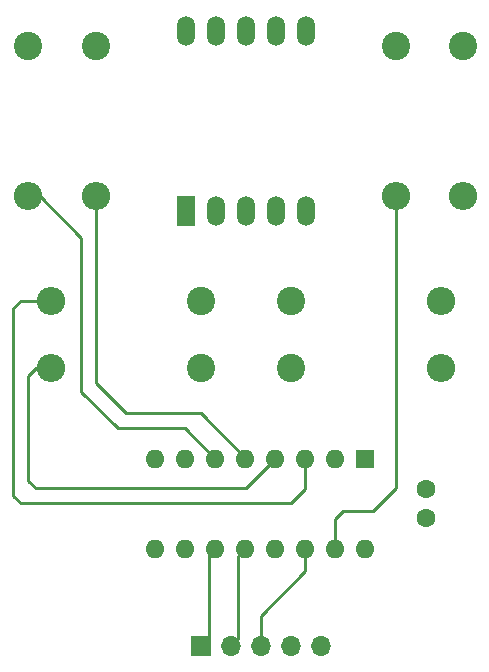
<source format=gbr>
%TF.GenerationSoftware,KiCad,Pcbnew,(6.0.4)*%
%TF.CreationDate,2022-04-30T17:38:09-07:00*%
%TF.ProjectId,SingleSevenSegments,53696e67-6c65-4536-9576-656e5365676d,rev?*%
%TF.SameCoordinates,Original*%
%TF.FileFunction,Copper,L1,Top*%
%TF.FilePolarity,Positive*%
%FSLAX46Y46*%
G04 Gerber Fmt 4.6, Leading zero omitted, Abs format (unit mm)*
G04 Created by KiCad (PCBNEW (6.0.4)) date 2022-04-30 17:38:09*
%MOMM*%
%LPD*%
G01*
G04 APERTURE LIST*
%TA.AperFunction,ComponentPad*%
%ADD10C,1.600000*%
%TD*%
%TA.AperFunction,ComponentPad*%
%ADD11C,2.400000*%
%TD*%
%TA.AperFunction,ComponentPad*%
%ADD12O,2.400000X2.400000*%
%TD*%
%TA.AperFunction,ComponentPad*%
%ADD13R,1.524000X2.524000*%
%TD*%
%TA.AperFunction,ComponentPad*%
%ADD14O,1.524000X2.524000*%
%TD*%
%TA.AperFunction,ComponentPad*%
%ADD15R,1.600000X1.600000*%
%TD*%
%TA.AperFunction,ComponentPad*%
%ADD16O,1.600000X1.600000*%
%TD*%
%TA.AperFunction,ComponentPad*%
%ADD17R,1.700000X1.700000*%
%TD*%
%TA.AperFunction,ComponentPad*%
%ADD18O,1.700000X1.700000*%
%TD*%
%TA.AperFunction,Conductor*%
%ADD19C,0.250000*%
%TD*%
G04 APERTURE END LIST*
D10*
%TO.P,C1,1*%
%TO.N,Net-(C1-Pad1)*%
X157480000Y-74285000D03*
%TO.P,C1,2*%
%TO.N,GND*%
X157480000Y-71785000D03*
%TD*%
D11*
%TO.P,R2,1*%
%TO.N,Net-(R2-Pad1)*%
X160655000Y-34290000D03*
D12*
%TO.P,R2,2*%
%TO.N,Net-(R2-Pad2)*%
X160655000Y-46990000D03*
%TD*%
D11*
%TO.P,R6,1*%
%TO.N,Net-(R6-Pad1)*%
X129540000Y-34290000D03*
D12*
%TO.P,R6,2*%
%TO.N,Net-(R6-Pad2)*%
X129540000Y-46990000D03*
%TD*%
D13*
%TO.P,U2,1,E*%
%TO.N,Net-(R5-Pad1)*%
X137160000Y-48260000D03*
D14*
%TO.P,U2,2,D*%
%TO.N,Net-(R4-Pad1)*%
X139700000Y-48260000D03*
%TO.P,U2,3,CC*%
%TO.N,GND*%
X142240000Y-48260000D03*
%TO.P,U2,4,C*%
%TO.N,Net-(R3-Pad1)*%
X144780000Y-48260000D03*
%TO.P,U2,5,DP*%
%TO.N,Net-(R8-Pad1)*%
X147320000Y-48260000D03*
%TO.P,U2,6,B*%
%TO.N,Net-(R2-Pad1)*%
X147320000Y-33020000D03*
%TO.P,U2,7,A*%
%TO.N,Net-(R1-Pad1)*%
X144780000Y-33020000D03*
%TO.P,U2,8,CC*%
%TO.N,GND*%
X142240000Y-33020000D03*
%TO.P,U2,9,F*%
%TO.N,Net-(R6-Pad1)*%
X139700000Y-33020000D03*
%TO.P,U2,10,G*%
%TO.N,Net-(R7-Pad1)*%
X137160000Y-33020000D03*
%TD*%
D11*
%TO.P,R4,1*%
%TO.N,Net-(R4-Pad1)*%
X138430000Y-55880000D03*
D12*
%TO.P,R4,2*%
%TO.N,Net-(R4-Pad2)*%
X125730000Y-55880000D03*
%TD*%
D15*
%TO.P,U1,1,QB*%
%TO.N,Net-(R2-Pad2)*%
X152385000Y-69225000D03*
D16*
%TO.P,U1,2,QC*%
%TO.N,Net-(R3-Pad2)*%
X149845000Y-69225000D03*
%TO.P,U1,3,QD*%
%TO.N,Net-(R4-Pad2)*%
X147305000Y-69225000D03*
%TO.P,U1,4,QE*%
%TO.N,Net-(R5-Pad2)*%
X144765000Y-69225000D03*
%TO.P,U1,5,QF*%
%TO.N,Net-(R6-Pad2)*%
X142225000Y-69225000D03*
%TO.P,U1,6,QG*%
%TO.N,Net-(R7-Pad2)*%
X139685000Y-69225000D03*
%TO.P,U1,7,QH*%
%TO.N,Net-(R8-Pad2)*%
X137145000Y-69225000D03*
%TO.P,U1,8,GND*%
%TO.N,GND*%
X134605000Y-69225000D03*
%TO.P,U1,9,QH'*%
%TO.N,unconnected-(U1-Pad9)*%
X134605000Y-76845000D03*
%TO.P,U1,10,~{SRCLR}*%
%TO.N,Net-(C1-Pad1)*%
X137145000Y-76845000D03*
%TO.P,U1,11,SRCLK*%
%TO.N,Net-(J1-Pad1)*%
X139685000Y-76845000D03*
%TO.P,U1,12,RCLK*%
%TO.N,Net-(J1-Pad2)*%
X142225000Y-76845000D03*
%TO.P,U1,13,~{OE}*%
%TO.N,GND*%
X144765000Y-76845000D03*
%TO.P,U1,14,SER*%
%TO.N,Net-(J1-Pad3)*%
X147305000Y-76845000D03*
%TO.P,U1,15,QA*%
%TO.N,Net-(R1-Pad2)*%
X149845000Y-76845000D03*
%TO.P,U1,16,VCC*%
%TO.N,Net-(C1-Pad1)*%
X152385000Y-76845000D03*
%TD*%
D11*
%TO.P,R3,1*%
%TO.N,Net-(R3-Pad1)*%
X146050000Y-55880000D03*
D12*
%TO.P,R3,2*%
%TO.N,Net-(R3-Pad2)*%
X158750000Y-55880000D03*
%TD*%
D17*
%TO.P,J1,1,Pin_1*%
%TO.N,Net-(J1-Pad1)*%
X138435000Y-85090000D03*
D18*
%TO.P,J1,2,Pin_2*%
%TO.N,Net-(J1-Pad2)*%
X140975000Y-85090000D03*
%TO.P,J1,3,Pin_3*%
%TO.N,Net-(J1-Pad3)*%
X143515000Y-85090000D03*
%TO.P,J1,4,Pin_4*%
%TO.N,Net-(C1-Pad1)*%
X146055000Y-85090000D03*
%TO.P,J1,5,Pin_5*%
%TO.N,GND*%
X148595000Y-85090000D03*
%TD*%
D11*
%TO.P,R1,1*%
%TO.N,Net-(R1-Pad1)*%
X154940000Y-34290000D03*
D12*
%TO.P,R1,2*%
%TO.N,Net-(R1-Pad2)*%
X154940000Y-46990000D03*
%TD*%
D11*
%TO.P,R8,1*%
%TO.N,Net-(R8-Pad1)*%
X146050000Y-61595000D03*
D12*
%TO.P,R8,2*%
%TO.N,Net-(R8-Pad2)*%
X158750000Y-61595000D03*
%TD*%
D11*
%TO.P,R7,1*%
%TO.N,Net-(R7-Pad1)*%
X123825000Y-34290000D03*
D12*
%TO.P,R7,2*%
%TO.N,Net-(R7-Pad2)*%
X123825000Y-46990000D03*
%TD*%
D11*
%TO.P,R5,1*%
%TO.N,Net-(R5-Pad1)*%
X138430000Y-61595000D03*
D12*
%TO.P,R5,2*%
%TO.N,Net-(R5-Pad2)*%
X125730000Y-61595000D03*
%TD*%
D19*
%TO.N,Net-(R4-Pad2)*%
X122555000Y-72390000D02*
X122555000Y-56515000D01*
X147305000Y-71770000D02*
X146050000Y-73025000D01*
X146050000Y-73025000D02*
X123190000Y-73025000D01*
X147305000Y-69225000D02*
X147305000Y-71770000D01*
X122555000Y-56515000D02*
X123190000Y-55880000D01*
X123190000Y-55880000D02*
X125730000Y-55880000D01*
X123190000Y-73025000D02*
X122555000Y-72390000D01*
%TO.N,Net-(R5-Pad2)*%
X124460000Y-61595000D02*
X123825000Y-62230000D01*
X142235000Y-71755000D02*
X144765000Y-69225000D01*
X125730000Y-61595000D02*
X124460000Y-61595000D01*
X123825000Y-62230000D02*
X123825000Y-71120000D01*
X124460000Y-71755000D02*
X142235000Y-71755000D01*
X123825000Y-71120000D02*
X124460000Y-71755000D01*
%TO.N,Net-(R6-Pad2)*%
X132080000Y-65405000D02*
X138430000Y-65405000D01*
X129540000Y-62865000D02*
X132080000Y-65405000D01*
X142225000Y-69200000D02*
X142225000Y-69225000D01*
X138430000Y-65405000D02*
X142225000Y-69200000D01*
X129540000Y-46990000D02*
X129540000Y-62865000D01*
%TO.N,Net-(R7-Pad2)*%
X137135000Y-66675000D02*
X139685000Y-69225000D01*
X124790000Y-46990000D02*
X128330000Y-50530000D01*
X131444283Y-66675000D02*
X137135000Y-66675000D01*
X128330000Y-63560717D02*
X131444283Y-66675000D01*
X123825000Y-46990000D02*
X124790000Y-46990000D01*
X128330000Y-50530000D02*
X128330000Y-63560717D01*
%TO.N,Net-(R1-Pad2)*%
X153035000Y-73660000D02*
X154940000Y-71755000D01*
X149845000Y-76845000D02*
X149845000Y-74310000D01*
X149845000Y-74310000D02*
X150495000Y-73660000D01*
X150495000Y-73660000D02*
X153035000Y-73660000D01*
X154940000Y-71755000D02*
X154940000Y-46990000D01*
%TO.N,Net-(J1-Pad1)*%
X139180000Y-77350000D02*
X139685000Y-76845000D01*
X138435000Y-85090000D02*
X139180000Y-84345000D01*
X139180000Y-84345000D02*
X139180000Y-77350000D01*
%TO.N,Net-(J1-Pad2)*%
X141570000Y-77500000D02*
X142225000Y-76845000D01*
X141570000Y-84495000D02*
X141570000Y-77500000D01*
X140975000Y-85090000D02*
X141570000Y-84495000D01*
%TO.N,Net-(J1-Pad3)*%
X143515000Y-82575000D02*
X147305000Y-78785000D01*
X143515000Y-85090000D02*
X143515000Y-82575000D01*
X147305000Y-78785000D02*
X147305000Y-76845000D01*
%TD*%
M02*

</source>
